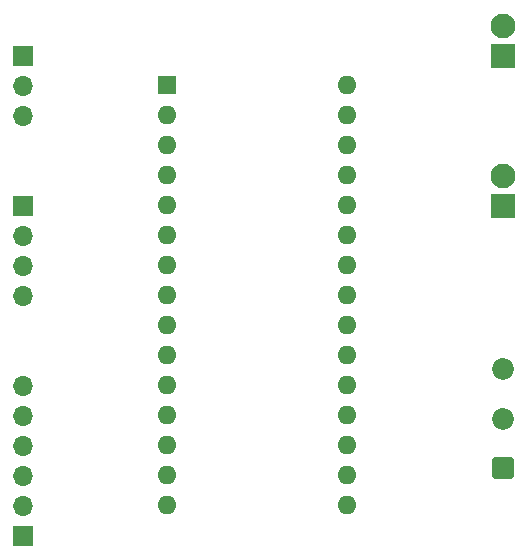
<source format=gbr>
%TF.GenerationSoftware,KiCad,Pcbnew,7.0.9*%
%TF.CreationDate,2023-11-18T21:52:13-06:00*%
%TF.ProjectId,batttlebot_pcb,62617474-746c-4656-926f-745f7063622e,rev?*%
%TF.SameCoordinates,Original*%
%TF.FileFunction,Soldermask,Bot*%
%TF.FilePolarity,Negative*%
%FSLAX46Y46*%
G04 Gerber Fmt 4.6, Leading zero omitted, Abs format (unit mm)*
G04 Created by KiCad (PCBNEW 7.0.9) date 2023-11-18 21:52:13*
%MOMM*%
%LPD*%
G01*
G04 APERTURE LIST*
G04 Aperture macros list*
%AMRoundRect*
0 Rectangle with rounded corners*
0 $1 Rounding radius*
0 $2 $3 $4 $5 $6 $7 $8 $9 X,Y pos of 4 corners*
0 Add a 4 corners polygon primitive as box body*
4,1,4,$2,$3,$4,$5,$6,$7,$8,$9,$2,$3,0*
0 Add four circle primitives for the rounded corners*
1,1,$1+$1,$2,$3*
1,1,$1+$1,$4,$5*
1,1,$1+$1,$6,$7*
1,1,$1+$1,$8,$9*
0 Add four rect primitives between the rounded corners*
20,1,$1+$1,$2,$3,$4,$5,0*
20,1,$1+$1,$4,$5,$6,$7,0*
20,1,$1+$1,$6,$7,$8,$9,0*
20,1,$1+$1,$8,$9,$2,$3,0*%
G04 Aperture macros list end*
%ADD10C,1.850000*%
%ADD11RoundRect,0.250000X0.675000X-0.675000X0.675000X0.675000X-0.675000X0.675000X-0.675000X-0.675000X0*%
%ADD12R,2.100000X2.100000*%
%ADD13C,2.100000*%
%ADD14R,1.700000X1.700000*%
%ADD15O,1.700000X1.700000*%
%ADD16R,1.600000X1.600000*%
%ADD17O,1.600000X1.600000*%
G04 APERTURE END LIST*
D10*
%TO.C,J6*%
X154940000Y-102740000D03*
X154940000Y-106940000D03*
D11*
X154940000Y-111140000D03*
%TD*%
D12*
%TO.C,J5*%
X154940000Y-88900000D03*
D13*
X154940000Y-86360000D03*
%TD*%
D14*
%TO.C,J2*%
X114300000Y-88900000D03*
D15*
X114300000Y-91440000D03*
X114300000Y-93980000D03*
X114300000Y-96520000D03*
%TD*%
D14*
%TO.C,J4*%
X114300000Y-116840000D03*
D15*
X114300000Y-114300000D03*
X114300000Y-111760000D03*
X114300000Y-109220000D03*
X114300000Y-106680000D03*
X114300000Y-104140000D03*
%TD*%
D13*
%TO.C,J3*%
X154940000Y-73660000D03*
D12*
X154940000Y-76200000D03*
%TD*%
D14*
%TO.C,J1*%
X114300000Y-76200000D03*
D15*
X114300000Y-78740000D03*
X114300000Y-81280000D03*
%TD*%
D16*
%TO.C,A1*%
X126520000Y-78700000D03*
D17*
X126520000Y-81240000D03*
X126520000Y-83780000D03*
X126520000Y-86320000D03*
X126520000Y-88860000D03*
X126520000Y-91400000D03*
X126520000Y-93940000D03*
X126520000Y-96480000D03*
X126520000Y-99020000D03*
X126520000Y-101560000D03*
X126520000Y-104100000D03*
X126520000Y-106640000D03*
X126520000Y-109180000D03*
X126520000Y-111720000D03*
X126520000Y-114260000D03*
X141760000Y-114260000D03*
X141760000Y-111720000D03*
X141760000Y-109180000D03*
X141760000Y-106640000D03*
X141760000Y-104100000D03*
X141760000Y-101560000D03*
X141760000Y-99020000D03*
X141760000Y-96480000D03*
X141760000Y-93940000D03*
X141760000Y-91400000D03*
X141760000Y-88860000D03*
X141760000Y-86320000D03*
X141760000Y-83780000D03*
X141760000Y-81240000D03*
X141760000Y-78700000D03*
%TD*%
M02*

</source>
